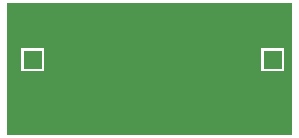
<source format=gbr>
%TF.GenerationSoftware,Altium Limited,Altium Designer,21.4.1 (30)*%
G04 Layer_Physical_Order=2*
G04 Layer_Color=16711680*
%FSLAX45Y45*%
%MOMM*%
%TF.SameCoordinates,540651E0-2A7D-4A38-944B-493F13BEE0D5*%
%TF.FilePolarity,Positive*%
%TF.FileFunction,Copper,L2,Bot,Signal*%
%TF.Part,Single*%
G01*
G75*
%TA.AperFunction,ComponentPad*%
%ADD18R,1.50000X1.50000*%
%ADD19C,1.50000*%
%TA.AperFunction,ViaPad*%
%ADD20C,0.60000*%
G36*
X12255500Y5334000D02*
X9842500D01*
Y6451600D01*
X12255500D01*
Y5334000D01*
D02*
G37*
%LPC*%
G36*
X12185400Y6064000D02*
X11995400D01*
Y5874000D01*
X12185400D01*
Y6064000D01*
D02*
G37*
G36*
X10153400D02*
X9963400D01*
Y5874000D01*
X10153400D01*
Y6064000D01*
D02*
G37*
%LPD*%
D18*
X12090400Y5969000D02*
D03*
X10058400D02*
D03*
D19*
X12090400Y5715000D02*
D03*
X10058400D02*
D03*
D20*
X11848002Y5552051D02*
D03*
X10315202Y5550833D02*
D03*
X11530913Y6201465D02*
D03*
X10642600Y6184900D02*
D03*
X10845800Y6223000D02*
D03*
X11518900Y5524500D02*
D03*
%TF.MD5,f26d06e1fad46a9202cecfcb7ca89f4f*%
M02*

</source>
